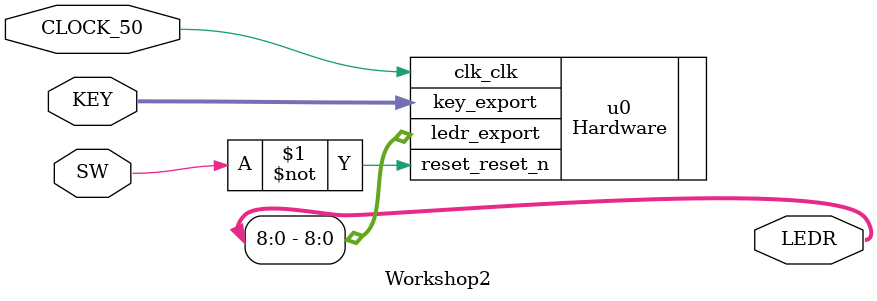
<source format=v>
module Workshop2 (
	input CLOCK_50,
	input [1:0] KEY,
	input [0:0] SW,
	output [9:0] LEDR
	);
		Hardware u0 (
		.clk_clk       (CLOCK_50),       //   clk.clk
		.reset_reset_n (~SW), // reset.reset_n
		.ledr_export   (LEDR[8:0]),   //  ledr.export
		.key_export    (KEY)     //   key.export
	);



endmodule
</source>
